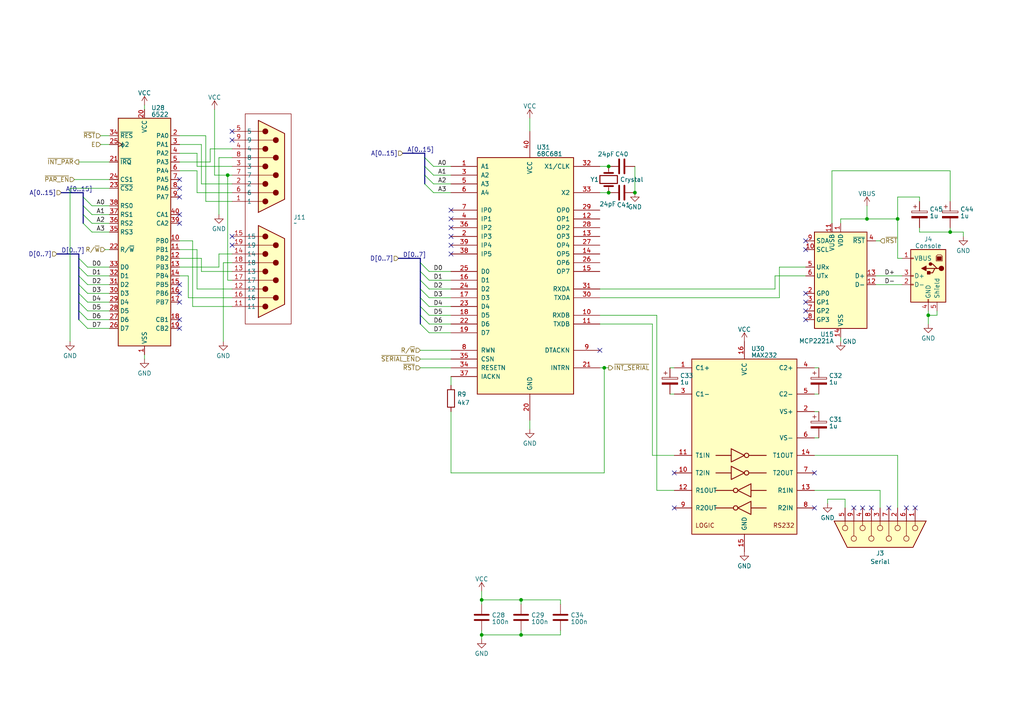
<source format=kicad_sch>
(kicad_sch (version 20231120) (generator "eeschema") (generator_version "8.0")
  (paper "A4")
  (lib_symbols
    (symbol "Connector:DE9_Receptacle" (pin_names (offset 1.016) hide)
      (property "Reference" "J" (at 0 13.97 0))
      (property "Value" "DE9_Receptacle" (at 0 -14.605 0))
      (symbol "DE9_Receptacle_0_1"
        (circle (center -1.778 -10.16) (radius 0.762))
        (circle (center -1.778 -5.08) (radius 0.762))
        (circle (center -1.778 0) (radius 0.762))
        (circle (center -1.778 5.08) (radius 0.762))
        (circle (center -1.778 10.16) (radius 0.762))
        (polyline (pts (xy -3.81 -10.16) (xy -2.54 -10.16)))
        (polyline (pts (xy -3.81 -7.62) (xy 0.508 -7.62)))
        (polyline (pts (xy -3.81 -5.08) (xy -2.54 -5.08)))
        (polyline (pts (xy -3.81 -2.54) (xy 0.508 -2.54)))
        (polyline (pts (xy -3.81 0) (xy -2.54 0)))
        (polyline (pts (xy -3.81 2.54) (xy 0.508 2.54)))
        (polyline (pts (xy -3.81 5.08) (xy -2.54 5.08)))
        (polyline (pts (xy -3.81 7.62) (xy 0.508 7.62)))
        (polyline (pts (xy -3.81 10.16) (xy -2.54 10.16)))
        (polyline (pts (xy -3.81 13.335) (xy -3.81 -13.335) (xy 3.81 -9.525) (xy 3.81 9.525) (xy -3.81 13.335)) (stroke (width 0.254)) (fill (type background)))
        (circle (center 1.27 -7.62) (radius 0.762))
        (circle (center 1.27 -2.54) (radius 0.762))
        (circle (center 1.27 2.54) (radius 0.762))
        (circle (center 1.27 7.62) (radius 0.762))
      )
      (symbol "DE9_Receptacle_1_1"
        (pin passive line (at -7.62 10.16 0) (length 3.81) (name "1") (number "1"))
        (pin passive line (at -7.62 5.08 0) (length 3.81) (name "2") (number "2"))
        (pin passive line (at -7.62 0 0) (length 3.81) (name "3") (number "3"))
        (pin passive line (at -7.62 -5.08 0) (length 3.81) (name "4") (number "4"))
        (pin passive line (at -7.62 -10.16 0) (length 3.81) (name "5") (number "5"))
        (pin passive line (at -7.62 7.62 0) (length 3.81) (name "6") (number "6"))
        (pin passive line (at -7.62 2.54 0) (length 3.81) (name "7") (number "7"))
        (pin passive line (at -7.62 -2.54 0) (length 3.81) (name "8") (number "8"))
        (pin passive line (at -7.62 -7.62 0) (length 3.81) (name "9") (number "9"))
      )
    )
    (symbol "Connector:USB_B" (pin_names (offset 1.016))
      (property "Reference" "J" (at -5.08 11.43 0))
      (property "Value" "USB_B" (at -5.08 8.89 0))
      (symbol "USB_B_0_1"
        (rectangle (start -5.08 -7.62) (end 5.08 7.62) (stroke (width 0.254)) (fill (type background)))
        (circle (center -3.81 2.159) (radius 0.635) (stroke (width 0.254)) (fill (type outline)))
        (rectangle (start -3.81 5.588) (end -2.54 4.572) (fill (type outline)))
        (circle (center -0.635 3.429) (radius 0.381) (stroke (width 0.254)) (fill (type outline)))
        (rectangle (start -0.127 -7.62) (end 0.127 -6.858))
        (polyline (pts (xy -1.905 2.159) (xy 0.635 2.159)) (stroke (width 0.254)))
        (polyline (pts (xy -3.175 2.159) (xy -2.54 2.159) (xy -1.27 3.429) (xy -0.635 3.429)) (stroke (width 0.254)))
        (polyline (pts (xy -2.54 2.159) (xy -1.905 2.159) (xy -1.27 0.889) (xy 0 0.889)) (stroke (width 0.254)))
        (polyline (pts (xy 0.635 2.794) (xy 0.635 1.524) (xy 1.905 2.159) (xy 0.635 2.794)) (stroke (width 0.254)) (fill (type outline)))
        (polyline (pts (xy -4.064 4.318) (xy -2.286 4.318) (xy -2.286 5.715) (xy -2.667 6.096) (xy -3.683 6.096) (xy -4.064 5.715) (xy -4.064 4.318)))
        (rectangle (start 0.254 1.27) (end -0.508 0.508) (stroke (width 0.254)) (fill (type outline)))
        (rectangle (start 5.08 -2.667) (end 4.318 -2.413))
        (rectangle (start 5.08 -0.127) (end 4.318 0.127))
        (rectangle (start 5.08 4.953) (end 4.318 5.207))
      )
      (symbol "USB_B_1_1"
        (pin power_out line (at 7.62 5.08 180) (length 2.54) (name "VBUS") (number "1"))
        (pin bidirectional line (at 7.62 -2.54 180) (length 2.54) (name "D-") (number "2"))
        (pin bidirectional line (at 7.62 0 180) (length 2.54) (name "D+") (number "3"))
        (pin power_out line (at 0 -10.16 90) (length 2.54) (name "GND") (number "4"))
        (pin passive line (at -2.54 -10.16 90) (length 2.54) (name "Shield") (number "5"))
      )
    )
    (symbol "Device:C" (pin_numbers hide) (pin_names (offset 0.254))
      (property "Reference" "C" (at 0.635 2.54 0))
      (property "Value" "C" (at 0.635 -2.54 0))
      (symbol "C_0_1"
        (polyline (pts (xy -2.032 -0.762) (xy 2.032 -0.762)) (stroke (width 0.508)))
        (polyline (pts (xy -2.032 0.762) (xy 2.032 0.762)) (stroke (width 0.508)))
      )
      (symbol "C_1_1"
        (pin passive line (at 0 3.81 270) (length 2.794) (name "~") (number "1"))
        (pin passive line (at 0 -3.81 90) (length 2.794) (name "~") (number "2"))
      )
    )
    (symbol "Device:C_Polarized" (pin_numbers hide) (pin_names (offset 0.254))
      (property "Reference" "C" (at 0.635 2.54 0))
      (property "Value" "C_Polarized" (at 0.635 -2.54 0))
      (symbol "C_Polarized_0_1"
        (rectangle (start -2.286 0.508) (end 2.286 1.016))
        (polyline (pts (xy -1.778 2.286) (xy -0.762 2.286)))
        (polyline (pts (xy -1.27 2.794) (xy -1.27 1.778)))
        (rectangle (start 2.286 -0.508) (end -2.286 -1.016) (fill (type outline)))
      )
      (symbol "C_Polarized_1_1"
        (pin passive line (at 0 3.81 270) (length 2.794) (name "~") (number "1"))
        (pin passive line (at 0 -3.81 90) (length 2.794) (name "~") (number "2"))
      )
    )
    (symbol "Device:Crystal" (pin_numbers hide) (pin_names (offset 1.016) hide)
      (property "Reference" "Y" (at 0 3.81 0))
      (property "Value" "Crystal" (at 0 -3.81 0))
      (symbol "Crystal_0_1"
        (rectangle (start -1.143 2.54) (end 1.143 -2.54) (stroke (width 0.3048)))
        (polyline (pts (xy -2.54 0) (xy -1.905 0)))
        (polyline (pts (xy -1.905 -1.27) (xy -1.905 1.27)) (stroke (width 0.508)))
        (polyline (pts (xy 1.905 -1.27) (xy 1.905 1.27)) (stroke (width 0.508)))
        (polyline (pts (xy 2.54 0) (xy 1.905 0)))
      )
      (symbol "Crystal_1_1"
        (pin passive line (at -3.81 0 0) (length 1.27) (name "1") (number "1"))
        (pin passive line (at 3.81 0 180) (length 1.27) (name "2") (number "2"))
      )
    )
    (symbol "Device:R" (pin_numbers hide) (pin_names (offset 0))
      (property "Reference" "R" (at 2.032 0 90))
      (property "Value" "R" (at 0 0 90))
      (symbol "R_0_1"
        (rectangle (start -1.016 -2.54) (end 1.016 2.54) (stroke (width 0.254)))
      )
      (symbol "R_1_1"
        (pin passive line (at 0 3.81 270) (length 1.27) (name "~") (number "1"))
        (pin passive line (at 0 -3.81 90) (length 1.27) (name "~") (number "2"))
      )
    )
    (symbol "Interface_UART:68C681" (pin_names (offset 1.016))
      (property "Reference" "U" (at -1.27 2.54 0))
      (property "Value" "68C681" (at -1.27 -2.54 0))
      (symbol "68C681_0_1"
        (rectangle (start -15.24 -33.02) (end 12.7 35.56) (stroke (width 0.254)) (fill (type background)))
      )
      (symbol "68C681_1_1"
        (pin input line (at -22.86 33.02 0) (length 7.62) (name "A1") (number "1"))
        (pin input line (at 20.32 -10.16 180) (length 7.62) (name "RXDB") (number "10"))
        (pin output line (at 20.32 -12.7 180) (length 7.62) (name "TXDB") (number "11"))
        (pin output line (at 20.32 17.78 180) (length 7.62) (name "OP1") (number "12"))
        (pin output line (at 20.32 12.7 180) (length 7.62) (name "OP3") (number "13"))
        (pin output line (at 20.32 7.62 180) (length 7.62) (name "OP5") (number "14"))
        (pin output line (at 20.32 2.54 180) (length 7.62) (name "OP7") (number "15"))
        (pin input line (at -22.86 0 0) (length 7.62) (name "D1") (number "16"))
        (pin input line (at -22.86 -5.08 0) (length 7.62) (name "D3") (number "17"))
        (pin input line (at -22.86 -10.16 0) (length 7.62) (name "D5") (number "18"))
        (pin input line (at -22.86 -15.24 0) (length 7.62) (name "D7") (number "19"))
        (pin input line (at -22.86 12.7 0) (length 7.62) (name "IP3") (number "2"))
        (pin power_in line (at 0 -40.64 90) (length 7.62) (name "GND") (number "20"))
        (pin output line (at 20.32 -25.4 180) (length 7.62) (name "INTRN") (number "21"))
        (pin input line (at -22.86 -12.7 0) (length 7.62) (name "D6") (number "22"))
        (pin input line (at -22.86 -7.62 0) (length 7.62) (name "D4") (number "23"))
        (pin input line (at -22.86 -2.54 0) (length 7.62) (name "D2") (number "24"))
        (pin input line (at -22.86 2.54 0) (length 7.62) (name "D0") (number "25"))
        (pin output line (at 20.32 5.08 180) (length 7.62) (name "OP6") (number "26"))
        (pin output line (at 20.32 10.16 180) (length 7.62) (name "OP4") (number "27"))
        (pin output line (at 20.32 15.24 180) (length 7.62) (name "OP2") (number "28"))
        (pin output line (at 20.32 20.32 180) (length 7.62) (name "OP0") (number "29"))
        (pin input line (at -22.86 30.48 0) (length 7.62) (name "A2") (number "3"))
        (pin output line (at 20.32 -5.08 180) (length 7.62) (name "TXDA") (number "30"))
        (pin input line (at 20.32 -2.54 180) (length 7.62) (name "RXDA") (number "31"))
        (pin input line (at 20.32 33.02 180) (length 7.62) (name "X1/CLK") (number "32"))
        (pin output line (at 20.32 25.4 180) (length 7.62) (name "X2") (number "33"))
        (pin input line (at -22.86 -25.4 0) (length 7.62) (name "RESETN") (number "34"))
        (pin input line (at -22.86 -22.86 0) (length 7.62) (name "CSN") (number "35"))
        (pin input line (at -22.86 15.24 0) (length 7.62) (name "IP2") (number "36"))
        (pin input line (at -22.86 -27.94 0) (length 7.62) (name "IACKN") (number "37"))
        (pin input line (at -22.86 7.62 0) (length 7.62) (name "IP5") (number "38"))
        (pin input line (at -22.86 10.16 0) (length 7.62) (name "IP4") (number "39"))
        (pin input line (at -22.86 17.78 0) (length 7.62) (name "IP1") (number "4"))
        (pin power_in line (at 0 43.18 270) (length 7.62) (name "VCC") (number "40"))
        (pin input line (at -22.86 27.94 0) (length 7.62) (name "A3") (number "5"))
        (pin input line (at -22.86 25.4 0) (length 7.62) (name "A4") (number "6"))
        (pin input line (at -22.86 20.32 0) (length 7.62) (name "IP0") (number "7"))
        (pin input line (at -22.86 -20.32 0) (length 7.62) (name "RWN") (number "8"))
        (pin output line (at 20.32 -20.32 180) (length 7.62) (name "DTACKN") (number "9"))
      )
    )
    (symbol "Interface_UART:MAX232" (pin_names (offset 1.016))
      (property "Reference" "U" (at -2.54 28.575 0))
      (property "Value" "MAX232" (at -2.54 26.67 0))
      (symbol "MAX232_0_0"
        (text "LOGIC" (at -11.43 -22.86 0) (effects (font (size 1.27 1.27))))
        (text "RS232" (at 11.43 -22.86 0) (effects (font (size 1.27 1.27))))
      )
      (symbol "MAX232_0_1"
        (rectangle (start -15.24 -25.4) (end 15.24 25.4) (stroke (width 0.254)) (fill (type background)))
        (circle (center -2.54 -17.78) (radius 0.635) (stroke (width 0.254)))
        (circle (center -2.54 -12.7) (radius 0.635) (stroke (width 0.254)))
        (polyline (pts (xy -3.81 -7.62) (xy -8.255 -7.62)) (stroke (width 0.254)))
        (polyline (pts (xy -3.81 -2.54) (xy -8.255 -2.54)) (stroke (width 0.254)))
        (polyline (pts (xy -3.175 -17.78) (xy -8.255 -17.78)) (stroke (width 0.254)))
        (polyline (pts (xy -3.175 -12.7) (xy -8.255 -12.7)) (stroke (width 0.254)))
        (polyline (pts (xy 1.27 -7.62) (xy 6.35 -7.62)) (stroke (width 0.254)))
        (polyline (pts (xy 1.27 -2.54) (xy 6.35 -2.54)) (stroke (width 0.254)))
        (polyline (pts (xy 1.905 -17.78) (xy 6.35 -17.78)) (stroke (width 0.254)))
        (polyline (pts (xy 1.905 -12.7) (xy 6.35 -12.7)) (stroke (width 0.254)))
        (polyline (pts (xy -3.81 -5.715) (xy -3.81 -9.525) (xy 0 -7.62) (xy -3.81 -5.715)) (stroke (width 0.254)))
        (polyline (pts (xy -3.81 -0.635) (xy -3.81 -4.445) (xy 0 -2.54) (xy -3.81 -0.635)) (stroke (width 0.254)))
        (polyline (pts (xy 1.905 -15.875) (xy 1.905 -19.685) (xy -1.905 -17.78) (xy 1.905 -15.875)) (stroke (width 0.254)))
        (polyline (pts (xy 1.905 -10.795) (xy 1.905 -14.605) (xy -1.905 -12.7) (xy 1.905 -10.795)) (stroke (width 0.254)))
        (circle (center 0.635 -7.62) (radius 0.635) (stroke (width 0.254)))
        (circle (center 0.635 -2.54) (radius 0.635) (stroke (width 0.254)))
      )
      (symbol "MAX232_1_1"
        (pin passive line (at -20.32 22.86 0) (length 5.08) (name "C1+") (number "1"))
        (pin input line (at -20.32 -7.62 0) (length 5.08) (name "T2IN") (number "10"))
        (pin input line (at -20.32 -2.54 0) (length 5.08) (name "T1IN") (number "11"))
        (pin output line (at -20.32 -12.7 0) (length 5.08) (name "R1OUT") (number "12"))
        (pin input line (at 20.32 -12.7 180) (length 5.08) (name "R1IN") (number "13"))
        (pin output line (at 20.32 -2.54 180) (length 5.08) (name "T1OUT") (number "14"))
        (pin power_in line (at 0 -30.48 90) (length 5.08) (name "GND") (number "15"))
        (pin power_in line (at 0 30.48 270) (length 5.08) (name "VCC") (number "16"))
        (pin power_out line (at 20.32 10.16 180) (length 5.08) (name "VS+") (number "2"))
        (pin passive line (at -20.32 15.24 0) (length 5.08) (name "C1-") (number "3"))
        (pin passive line (at 20.32 22.86 180) (length 5.08) (name "C2+") (number "4"))
        (pin passive line (at 20.32 15.24 180) (length 5.08) (name "C2-") (number "5"))
        (pin power_out line (at 20.32 2.54 180) (length 5.08) (name "VS-") (number "6"))
        (pin output line (at 20.32 -7.62 180) (length 5.08) (name "T2OUT") (number "7"))
        (pin input line (at 20.32 -17.78 180) (length 5.08) (name "R2IN") (number "8"))
        (pin output line (at -20.32 -17.78 0) (length 5.08) (name "R2OUT") (number "9"))
      )
    )
    (symbol "Interface_USB:MCP2221AxP"
      (property "Reference" "U" (at -7.62 16.51 0))
      (property "Value" "MCP2221AxP" (at 12.7 16.51 0))
      (symbol "MCP2221AxP_0_1"
        (rectangle (start -7.62 15.24) (end 7.62 -12.7) (stroke (width 0.254)) (fill (type background)))
      )
      (symbol "MCP2221AxP_1_1"
        (pin power_in line (at 0 17.78 270) (length 2.54) (name "VDD") (number "1"))
        (pin bidirectional line (at 10.16 10.16 180) (length 2.54) (name "SCL") (number "10"))
        (pin passive line (at 2.54 17.78 270) (length 2.54) (name "VUSB") (number "11"))
        (pin bidirectional line (at -10.16 0 0) (length 2.54) (name "D-") (number "12"))
        (pin bidirectional line (at -10.16 2.54 0) (length 2.54) (name "D+") (number "13"))
        (pin power_in line (at 0 -15.24 90) (length 2.54) (name "VSS") (number "14"))
        (pin bidirectional line (at 10.16 -2.54 180) (length 2.54) (name "GP0") (number "2"))
        (pin bidirectional line (at 10.16 -5.08 180) (length 2.54) (name "GP1") (number "3"))
        (pin input line (at -10.16 12.7 0) (length 2.54) (name "~{RST}") (number "4"))
        (pin input line (at 10.16 5.08 180) (length 2.54) (name "URx") (number "5"))
        (pin output line (at 10.16 2.54 180) (length 2.54) (name "UTx") (number "6"))
        (pin bidirectional line (at 10.16 -7.62 180) (length 2.54) (name "GP2") (number "7"))
        (pin bidirectional line (at 10.16 -10.16 180) (length 2.54) (name "GP3") (number "8"))
        (pin bidirectional line (at 10.16 12.7 180) (length 2.54) (name "SDA") (number "9"))
      )
    )
    (symbol "PCM_65xx-library:6522"
      (property "Reference" "U" (at 2.54 38.1 0))
      (property "Value" "6522" (at 2.54 35.56 0))
      (symbol "6522_0_1"
        (rectangle (start -7.62 33.02) (end 7.62 -33.02) (stroke (width 0.254)) (fill (type background)))
      )
      (symbol "6522_1_1"
        (pin power_in line (at 0 -35.56 90) (length 2.54) (name "VSS") (number "1"))
        (pin bidirectional line (at 10.16 -2.54 180) (length 2.54) (name "PB0") (number "10"))
        (pin bidirectional line (at 10.16 -5.08 180) (length 2.54) (name "PB1") (number "11"))
        (pin bidirectional line (at 10.16 -7.62 180) (length 2.54) (name "PB2") (number "12"))
        (pin bidirectional line (at 10.16 -10.16 180) (length 2.54) (name "PB3") (number "13"))
        (pin bidirectional line (at 10.16 -12.7 180) (length 2.54) (name "PB4") (number "14"))
        (pin bidirectional line (at 10.16 -15.24 180) (length 2.54) (name "PB5") (number "15"))
        (pin bidirectional line (at 10.16 -17.78 180) (length 2.54) (name "PB6") (number "16"))
        (pin bidirectional line (at 10.16 -20.32 180) (length 2.54) (name "PB7") (number "17"))
        (pin input line (at 10.16 -25.4 180) (length 2.54) (name "CB1") (number "18"))
        (pin bidirectional line (at 10.16 -27.94 180) (length 2.54) (name "CB2") (number "19"))
        (pin bidirectional line (at 10.16 27.94 180) (length 2.54) (name "PA0") (number "2"))
        (pin power_in line (at 0 35.56 270) (length 2.54) (name "VCC") (number "20"))
        (pin open_collector line (at -10.16 20.32 0) (length 2.54) (name "~{IRQ}") (number "21"))
        (pin input line (at -10.16 -5.08 0) (length 2.54) (name "R/~{W}") (number "22"))
        (pin input line (at -10.16 12.7 0) (length 2.54) (name "~{CS2}") (number "23"))
        (pin input line (at -10.16 15.24 0) (length 2.54) (name "CS1") (number "24"))
        (pin input clock (at -10.16 25.4 0) (length 2.54) (name "ϕ2") (number "25"))
        (pin bidirectional line (at -10.16 -27.94 0) (length 2.54) (name "D7") (number "26"))
        (pin bidirectional line (at -10.16 -25.4 0) (length 2.54) (name "D6") (number "27"))
        (pin bidirectional line (at -10.16 -22.86 0) (length 2.54) (name "D5") (number "28"))
        (pin bidirectional line (at -10.16 -20.32 0) (length 2.54) (name "D4") (number "29"))
        (pin bidirectional line (at 10.16 25.4 180) (length 2.54) (name "PA1") (number "3"))
        (pin bidirectional line (at -10.16 -17.78 0) (length 2.54) (name "D3") (number "30"))
        (pin bidirectional line (at -10.16 -15.24 0) (length 2.54) (name "D2") (number "31"))
        (pin bidirectional line (at -10.16 -12.7 0) (length 2.54) (name "D1") (number "32"))
        (pin bidirectional line (at -10.16 -10.16 0) (length 2.54) (name "D0") (number "33"))
        (pin input line (at -10.16 27.94 0) (length 2.54) (name "~{RES}") (number "34"))
        (pin input line (at -10.16 0 0) (length 2.54) (name "RS3") (number "35"))
        (pin input line (at -10.16 2.54 0) (length 2.54) (name "RS2") (number "36"))
        (pin input line (at -10.16 5.08 0) (length 2.54) (name "RS1") (number "37"))
        (pin input line (at -10.16 7.62 0) (length 2.54) (name "RS0") (number "38"))
        (pin bidirectional line (at 10.16 2.54 180) (length 2.54) (name "CA2") (number "39"))
        (pin bidirectional line (at 10.16 22.86 180) (length 2.54) (name "PA2") (number "4"))
        (pin input line (at 10.16 5.08 180) (length 2.54) (name "CA1") (number "40"))
        (pin bidirectional line (at 10.16 20.32 180) (length 2.54) (name "PA3") (number "5"))
        (pin bidirectional line (at 10.16 17.78 180) (length 2.54) (name "PA4") (number "6"))
        (pin bidirectional line (at 10.16 15.24 180) (length 2.54) (name "PA5") (number "7"))
        (pin bidirectional line (at 10.16 12.7 180) (length 2.54) (name "PA6") (number "8"))
        (pin bidirectional line (at 10.16 10.16 180) (length 2.54) (name "PA7") (number "9"))
      )
    )
    (symbol "motherboard:Dual-DB9"
      (property "Reference" "J" (at -1.27 -33.782 0))
      (symbol "Dual-DB9_0_1"
        (polyline (pts (xy -2.54 -25.4) (xy 1.27 -25.4)))
        (polyline (pts (xy -2.54 -22.86) (xy 1.27 -22.86)))
        (polyline (pts (xy -2.54 -20.32) (xy -1.905 -20.32)))
        (polyline (pts (xy -2.54 -17.78) (xy 1.27 -17.78)))
        (polyline (pts (xy -2.54 -15.24) (xy 1.27 -15.24)))
        (polyline (pts (xy -2.54 -12.7) (xy 1.27 -12.7)))
        (polyline (pts (xy -2.54 -10.16) (xy 1.27 -10.16)))
        (polyline (pts (xy -2.54 -5.08) (xy 1.27 -5.08)))
        (polyline (pts (xy -2.54 5.08) (xy 1.27 5.08)))
        (polyline (pts (xy -2.54 7.62) (xy 1.27 7.62)))
        (polyline (pts (xy -2.54 10.16) (xy -1.905 10.16)))
        (polyline (pts (xy -2.54 12.7) (xy 1.27 12.7)))
        (polyline (pts (xy -2.54 15.24) (xy 1.27 15.24)))
        (polyline (pts (xy -2.54 17.78) (xy 1.27 17.78)))
        (polyline (pts (xy -2.54 20.32) (xy 1.27 20.32)))
        (polyline (pts (xy -2.54 25.4) (xy 1.27 25.4)))
        (polyline (pts (xy -1.905 -20.32) (xy 1.27 -20.32)))
        (polyline (pts (xy -1.905 10.16) (xy 1.27 10.16)))
        (polyline (pts (xy 1.27 -25.4) (xy 2.54 -25.4)))
        (polyline (pts (xy 1.27 -22.86) (xy 5.588 -22.86)))
        (polyline (pts (xy 1.27 -20.32) (xy 2.54 -20.32)))
        (polyline (pts (xy 1.27 -17.78) (xy 5.588 -17.78)))
        (polyline (pts (xy 1.27 -15.24) (xy 2.54 -15.24)))
        (polyline (pts (xy 1.27 -12.7) (xy 5.588 -12.7)))
        (polyline (pts (xy 1.27 -10.16) (xy 2.54 -10.16)))
        (polyline (pts (xy 1.27 -7.62) (xy -2.54 -7.62)))
        (polyline (pts (xy 1.27 -7.62) (xy 5.588 -7.62)))
        (polyline (pts (xy 1.27 -5.08) (xy 2.54 -5.08)))
        (polyline (pts (xy 1.27 5.08) (xy 2.54 5.08)))
        (polyline (pts (xy 1.27 7.62) (xy 5.588 7.62)))
        (polyline (pts (xy 1.27 10.16) (xy 2.54 10.16)))
        (polyline (pts (xy 1.27 12.7) (xy 5.588 12.7)))
        (polyline (pts (xy 1.27 15.24) (xy 2.54 15.24)))
        (polyline (pts (xy 1.27 17.78) (xy 5.588 17.78)))
        (polyline (pts (xy 1.27 20.32) (xy 2.54 20.32)))
        (polyline (pts (xy 1.27 22.86) (xy -2.54 22.86)))
        (polyline (pts (xy 1.27 22.86) (xy 5.588 22.86)))
        (polyline (pts (xy 1.27 25.4) (xy 2.54 25.4)))
        (polyline (pts (xy -2.54 30.48) (xy -2.54 -30.48) (xy 10.795 -30.48) (xy 10.795 30.48) (xy -2.54 30.48)))
        (polyline (pts (xy 1.27 -28.575) (xy 1.27 -1.905) (xy 8.89 -5.715) (xy 8.89 -24.765) (xy 1.27 -28.575)) (stroke (width 0.254)) (fill (type background)))
        (polyline (pts (xy 1.27 1.905) (xy 1.27 28.575) (xy 8.89 24.765) (xy 8.89 5.715) (xy 1.27 1.905)) (stroke (width 0.254)) (fill (type background)))
        (circle (center 3.302 -25.4) (radius 0.762) (fill (type outline)))
        (circle (center 3.302 -20.32) (radius 0.762) (fill (type outline)))
        (circle (center 3.302 -15.24) (radius 0.762) (fill (type outline)))
        (circle (center 3.302 -10.16) (radius 0.762) (fill (type outline)))
        (circle (center 3.302 -5.08) (radius 0.762) (fill (type outline)))
        (circle (center 3.302 5.08) (radius 0.762) (fill (type outline)))
        (circle (center 3.302 10.16) (radius 0.762) (fill (type outline)))
        (circle (center 3.302 15.24) (radius 0.762) (fill (type outline)))
        (circle (center 3.302 20.32) (radius 0.762) (fill (type outline)))
        (circle (center 3.302 25.4) (radius 0.762) (fill (type outline)))
        (circle (center 6.35 -22.86) (radius 0.762) (fill (type outline)))
        (circle (center 6.35 -17.78) (radius 0.762) (fill (type outline)))
        (circle (center 6.35 -12.7) (radius 0.762) (fill (type outline)))
        (circle (center 6.35 -7.62) (radius 0.762) (fill (type outline)))
        (circle (center 6.35 7.62) (radius 0.762) (fill (type outline)))
        (circle (center 6.35 12.7) (radius 0.762) (fill (type outline)))
        (circle (center 6.35 17.78) (radius 0.762) (fill (type outline)))
        (circle (center 6.35 22.86) (radius 0.762) (fill (type outline)))
      )
      (symbol "Dual-DB9_1_1"
        (pin passive line (at -6.35 5.08 0) (length 3.81) (name "1") (number "1"))
        (pin passive line (at -6.35 -25.4 0) (length 3.81) (name "11") (number "11"))
        (pin passive line (at -6.35 -20.32 0) (length 3.81) (name "12") (number "12"))
        (pin passive line (at -6.35 -15.24 0) (length 3.81) (name "13") (number "13"))
        (pin passive line (at -6.35 -10.16 0) (length 3.81) (name "14") (number "14"))
        (pin passive line (at -6.35 -5.08 0) (length 3.81) (name "15") (number "15"))
        (pin passive line (at -6.35 -22.86 0) (length 3.81) (name "16") (number "16"))
        (pin passive line (at -6.35 -17.78 0) (length 3.81) (name "17") (number "17"))
        (pin passive line (at -6.35 -12.7 0) (length 3.81) (name "18") (number "18"))
        (pin passive line (at -6.35 -7.62 0) (length 3.81) (name "19") (number "19"))
        (pin passive line (at -6.35 10.16 0) (length 3.81) (name "2") (number "2"))
        (pin passive line (at -6.35 15.24 0) (length 3.81) (name "3") (number "3"))
        (pin passive line (at -6.35 20.32 0) (length 3.81) (name "4") (number "4"))
        (pin passive line (at -6.35 25.4 0) (length 3.81) (name "5") (number "5"))
        (pin passive line (at -6.35 7.62 0) (length 3.81) (name "6") (number "6"))
        (pin passive line (at -6.35 12.7 0) (length 3.81) (name "7") (number "7"))
        (pin passive line (at -6.35 17.78 0) (length 3.81) (name "8") (number "8"))
        (pin passive line (at -6.35 22.86 0) (length 3.81) (name "9") (number "9"))
      )
    )
    (symbol "power:GND" (power) (pin_names (offset 0))
      (property "Value" "GND" (at 0 -3.81 0))
      (symbol "GND_0_1"
        (polyline (pts (xy 0 0) (xy 0 -1.27) (xy 1.27 -1.27) (xy 0 -2.54) (xy -1.27 -1.27) (xy 0 -1.27)))
      )
      (symbol "GND_1_1"
        (pin power_in line (at 0 0 270) (length 0) hide (name "GND") (number "1"))
      )
    )
    (symbol "power:VBUS" (power) (pin_names (offset 0))
      (property "Value" "VBUS" (at 0 3.81 0))
      (symbol "VBUS_0_1"
        (polyline (pts (xy -0.762 1.27) (xy 0 2.54)))
        (polyline (pts (xy 0 0) (xy 0 2.54)))
        (polyline (pts (xy 0 2.54) (xy 0.762 1.27)))
      )
      (symbol "VBUS_1_1"
        (pin power_in line (at 0 0 90) (length 0) hide (name "VBUS") (number "1"))
      )
    )
    (symbol "power:VCC" (power) (pin_names (offset 0))
      (property "Value" "VCC" (at 0 3.81 0))
      (symbol "VCC_0_1"
        (polyline (pts (xy -0.762 1.27) (xy 0 2.54)))
        (polyline (pts (xy 0 0) (xy 0 2.54)))
        (polyline (pts (xy 0 2.54) (xy 0.762 1.27)))
      )
      (symbol "VCC_1_1"
        (pin power_in line (at 0 0 90) (length 0) hide (name "VCC") (number "1"))
      )
    )
  )
  (junction (at 176.53 48.26))
  (junction (at 184.15 55.88))
  (junction (at 176.53 55.88))
  (junction (at 139.7 173.99))
  (junction (at 151.13 184.15))
  (junction (at 260.35 63.5))
  (junction (at 151.13 173.99))
  (junction (at 175.26 106.68))
  (junction (at 251.46 63.5))
  (junction (at 275.59 67.31))
  (junction (at 269.24 91.44))
  (junction (at 139.7 184.15))
  (junction (at 66.04 50.8))
  (no_connect (at 130.81 63.5))
  (no_connect (at 67.31 40.64))
  (no_connect (at 130.81 73.66))
  (no_connect (at 195.58 137.16))
  (no_connect (at 247.65 147.32))
  (no_connect (at 233.68 85.09))
  (no_connect (at 52.07 64.77))
  (no_connect (at 130.81 66.04))
  (no_connect (at 257.81 147.32))
  (no_connect (at 262.89 147.32))
  (no_connect (at 236.22 147.32))
  (no_connect (at 52.07 57.15))
  (no_connect (at 252.73 147.32))
  (no_connect (at 52.07 87.63))
  (no_connect (at 52.07 62.23))
  (no_connect (at 265.43 147.32))
  (no_connect (at 130.81 68.58))
  (no_connect (at 173.99 101.6))
  (no_connect (at 233.68 92.71))
  (no_connect (at 52.07 95.25))
  (no_connect (at 52.07 54.61))
  (no_connect (at 233.68 90.17))
  (no_connect (at 195.58 147.32))
  (no_connect (at 233.68 87.63))
  (no_connect (at 52.07 52.07))
  (no_connect (at 236.22 137.16))
  (no_connect (at 52.07 92.71))
  (no_connect (at 52.07 82.55))
  (no_connect (at 67.31 68.58))
  (no_connect (at 67.31 71.12))
  (no_connect (at 67.31 38.1))
  (no_connect (at 233.68 69.85))
  (no_connect (at 130.81 60.96))
  (no_connect (at 130.81 71.12))
  (no_connect (at 250.19 147.32))
  (no_connect (at 233.68 72.39))
  (no_connect (at 52.07 85.09))
  (bus_entry (at 123.19 53.34) (size 2.54 2.54))
  (bus_entry (at 24.13 64.77) (size 2.54 2.54))
  (bus_entry (at 123.19 48.26) (size 2.54 2.54))
  (bus_entry (at 24.13 57.15) (size 2.54 2.54))
  (bus_entry (at 121.92 83.82) (size 2.54 2.54))
  (bus_entry (at 121.92 93.98) (size 2.54 2.54))
  (bus_entry (at 22.86 85.09) (size 2.54 2.54))
  (bus_entry (at 121.92 86.36) (size 2.54 2.54))
  (bus_entry (at 22.86 90.17) (size 2.54 2.54))
  (bus_entry (at 22.86 82.55) (size 2.54 2.54))
  (bus_entry (at 22.86 77.47) (size 2.54 2.54))
  (bus_entry (at 123.19 50.8) (size 2.54 2.54))
  (bus_entry (at 22.86 92.71) (size 2.54 2.54))
  (bus_entry (at 24.13 59.69) (size 2.54 2.54))
  (bus_entry (at 121.92 91.44) (size 2.54 2.54))
  (bus_entry (at 123.19 45.72) (size 2.54 2.54))
  (bus_entry (at 121.92 78.74) (size 2.54 2.54))
  (bus_entry (at 22.86 74.93) (size 2.54 2.54))
  (bus_entry (at 121.92 81.28) (size 2.54 2.54))
  (bus_entry (at 22.86 87.63) (size 2.54 2.54))
  (bus_entry (at 121.92 76.2) (size 2.54 2.54))
  (bus_entry (at 121.92 88.9) (size 2.54 2.54))
  (bus_entry (at 24.13 62.23) (size 2.54 2.54))
  (bus_entry (at 22.86 80.01) (size 2.54 2.54))
  (wire (pts (xy 184.15 48.26) (xy 184.15 55.88)))
  (wire (pts (xy 57.15 48.26) (xy 57.15 44.45)))
  (bus (pts (xy 123.19 53.34) (xy 123.19 50.8)))
  (wire (pts (xy 226.06 77.47) (xy 226.06 86.36)))
  (wire (pts (xy 275.59 67.31) (xy 279.4 67.31)))
  (wire (pts (xy 62.23 31.75) (xy 62.23 50.8)))
  (wire (pts (xy 67.31 78.74) (xy 58.42 78.74)))
  (wire (pts (xy 121.92 106.68) (xy 130.81 106.68)))
  (wire (pts (xy 67.31 83.82) (xy 57.15 83.82)))
  (wire (pts (xy 251.46 59.69) (xy 251.46 63.5)))
  (wire (pts (xy 125.73 48.26) (xy 130.81 48.26)))
  (wire (pts (xy 224.79 83.82) (xy 173.99 83.82)))
  (bus (pts (xy 123.19 48.26) (xy 123.19 45.72)))
  (wire (pts (xy 189.23 93.98) (xy 189.23 132.08)))
  (wire (pts (xy 124.46 93.98) (xy 130.81 93.98)))
  (wire (pts (xy 266.7 58.42) (xy 266.7 57.15)))
  (wire (pts (xy 153.67 34.29) (xy 153.67 38.1)))
  (wire (pts (xy 25.4 80.01) (xy 31.75 80.01)))
  (bus (pts (xy 22.86 74.93) (xy 22.86 77.47)))
  (wire (pts (xy 151.13 184.15) (xy 162.56 184.15)))
  (wire (pts (xy 54.61 86.36) (xy 54.61 80.01)))
  (bus (pts (xy 121.92 83.82) (xy 121.92 86.36)))
  (wire (pts (xy 124.46 81.28) (xy 130.81 81.28)))
  (wire (pts (xy 130.81 109.22) (xy 130.81 111.76)))
  (wire (pts (xy 67.31 55.88) (xy 57.15 55.88)))
  (wire (pts (xy 255.27 142.24) (xy 236.22 142.24)))
  (wire (pts (xy 26.67 67.31) (xy 31.75 67.31)))
  (wire (pts (xy 130.81 137.16) (xy 175.26 137.16)))
  (wire (pts (xy 260.35 132.08) (xy 236.22 132.08)))
  (wire (pts (xy 260.35 63.5) (xy 251.46 63.5)))
  (wire (pts (xy 139.7 184.15) (xy 139.7 185.42)))
  (wire (pts (xy 260.35 57.15) (xy 260.35 63.5)))
  (wire (pts (xy 29.21 41.91) (xy 31.75 41.91)))
  (wire (pts (xy 176.53 106.68) (xy 175.26 106.68)))
  (wire (pts (xy 139.7 182.88) (xy 139.7 184.15)))
  (wire (pts (xy 236.22 114.3) (xy 237.49 114.3)))
  (wire (pts (xy 173.99 91.44) (xy 190.5 91.44)))
  (wire (pts (xy 63.5 73.66) (xy 63.5 77.47)))
  (bus (pts (xy 16.51 73.66) (xy 22.86 73.66)))
  (wire (pts (xy 25.4 85.09) (xy 31.75 85.09)))
  (wire (pts (xy 271.78 90.17) (xy 271.78 91.44)))
  (wire (pts (xy 57.15 49.53) (xy 52.07 49.53)))
  (wire (pts (xy 63.5 77.47) (xy 52.07 77.47)))
  (bus (pts (xy 115.57 74.93) (xy 121.92 74.93)))
  (wire (pts (xy 226.06 86.36) (xy 173.99 86.36)))
  (wire (pts (xy 151.13 184.15) (xy 151.13 182.88)))
  (wire (pts (xy 67.31 58.42) (xy 59.69 58.42)))
  (wire (pts (xy 59.69 39.37) (xy 52.07 39.37)))
  (wire (pts (xy 58.42 53.34) (xy 58.42 41.91)))
  (bus (pts (xy 24.13 59.69) (xy 24.13 57.15)))
  (wire (pts (xy 194.31 106.68) (xy 195.58 106.68)))
  (wire (pts (xy 173.99 48.26) (xy 176.53 48.26)))
  (bus (pts (xy 121.92 78.74) (xy 121.92 81.28)))
  (wire (pts (xy 153.67 124.46) (xy 153.67 121.92)))
  (wire (pts (xy 260.35 147.32) (xy 260.35 132.08)))
  (wire (pts (xy 125.73 53.34) (xy 130.81 53.34)))
  (wire (pts (xy 57.15 55.88) (xy 57.15 49.53)))
  (wire (pts (xy 57.15 72.39) (xy 52.07 72.39)))
  (wire (pts (xy 25.4 82.55) (xy 31.75 82.55)))
  (bus (pts (xy 121.92 91.44) (xy 121.92 93.98)))
  (wire (pts (xy 190.5 91.44) (xy 190.5 142.24)))
  (wire (pts (xy 52.07 80.01) (xy 54.61 80.01)))
  (wire (pts (xy 139.7 184.15) (xy 151.13 184.15)))
  (wire (pts (xy 266.7 67.31) (xy 275.59 67.31)))
  (wire (pts (xy 58.42 41.91) (xy 52.07 41.91)))
  (wire (pts (xy 266.7 57.15) (xy 260.35 57.15)))
  (wire (pts (xy 67.31 88.9) (xy 55.88 88.9)))
  (wire (pts (xy 25.4 77.47) (xy 31.75 77.47)))
  (wire (pts (xy 67.31 53.34) (xy 58.42 53.34)))
  (wire (pts (xy 30.48 72.39) (xy 31.75 72.39)))
  (wire (pts (xy 63.5 73.66) (xy 67.31 73.66)))
  (bus (pts (xy 123.19 45.72) (xy 123.19 44.45)))
  (wire (pts (xy 25.4 90.17) (xy 31.75 90.17)))
  (bus (pts (xy 22.86 80.01) (xy 22.86 82.55)))
  (wire (pts (xy 255.27 147.32) (xy 255.27 142.24)))
  (wire (pts (xy 151.13 173.99) (xy 162.56 173.99)))
  (wire (pts (xy 162.56 173.99) (xy 162.56 175.26)))
  (wire (pts (xy 26.67 62.23) (xy 31.75 62.23)))
  (wire (pts (xy 124.46 91.44) (xy 130.81 91.44)))
  (wire (pts (xy 245.11 147.32) (xy 245.11 144.78)))
  (wire (pts (xy 124.46 88.9) (xy 130.81 88.9)))
  (wire (pts (xy 260.35 74.93) (xy 261.62 74.93)))
  (wire (pts (xy 67.31 45.72) (xy 63.5 45.72)))
  (wire (pts (xy 124.46 83.82) (xy 130.81 83.82)))
  (wire (pts (xy 58.42 78.74) (xy 58.42 74.93)))
  (wire (pts (xy 236.22 119.38) (xy 237.49 119.38)))
  (wire (pts (xy 26.67 59.69) (xy 31.75 59.69)))
  (wire (pts (xy 251.46 63.5) (xy 243.84 63.5)))
  (wire (pts (xy 25.4 95.25) (xy 31.75 95.25)))
  (wire (pts (xy 279.4 67.31) (xy 279.4 68.58)))
  (wire (pts (xy 31.75 54.61) (xy 20.32 54.61)))
  (wire (pts (xy 260.35 63.5) (xy 260.35 74.93)))
  (wire (pts (xy 22.86 46.99) (xy 31.75 46.99)))
  (bus (pts (xy 121.92 76.2) (xy 121.92 78.74)))
  (wire (pts (xy 269.24 91.44) (xy 271.78 91.44)))
  (wire (pts (xy 190.5 142.24) (xy 195.58 142.24)))
  (wire (pts (xy 55.88 69.85) (xy 52.07 69.85)))
  (bus (pts (xy 121.92 74.93) (xy 121.92 76.2)))
  (wire (pts (xy 224.79 80.01) (xy 233.68 80.01)))
  (wire (pts (xy 241.3 49.53) (xy 241.3 64.77)))
  (wire (pts (xy 41.91 30.48) (xy 41.91 31.75)))
  (wire (pts (xy 139.7 173.99) (xy 151.13 173.99)))
  (wire (pts (xy 26.67 64.77) (xy 31.75 64.77)))
  (wire (pts (xy 67.31 76.2) (xy 64.77 76.2)))
  (wire (pts (xy 226.06 77.47) (xy 233.68 77.47)))
  (bus (pts (xy 24.13 57.15) (xy 24.13 55.88)))
  (wire (pts (xy 25.4 87.63) (xy 31.75 87.63)))
  (wire (pts (xy 60.96 46.99) (xy 52.07 46.99)))
  (wire (pts (xy 243.84 99.06) (xy 243.84 97.79)))
  (wire (pts (xy 162.56 184.15) (xy 162.56 182.88)))
  (wire (pts (xy 41.91 102.87) (xy 41.91 104.14)))
  (wire (pts (xy 125.73 50.8) (xy 130.81 50.8)))
  (bus (pts (xy 121.92 88.9) (xy 121.92 91.44)))
  (wire (pts (xy 236.22 106.68) (xy 237.49 106.68)))
  (wire (pts (xy 66.04 50.8) (xy 62.23 50.8)))
  (wire (pts (xy 63.5 45.72) (xy 63.5 62.23)))
  (wire (pts (xy 67.31 50.8) (xy 66.04 50.8)))
  (bus (pts (xy 24.13 62.23) (xy 24.13 59.69)))
  (wire (pts (xy 124.46 86.36) (xy 130.81 86.36)))
  (bus (pts (xy 116.84 44.45) (xy 123.19 44.45)))
  (wire (pts (xy 269.24 91.44) (xy 269.24 93.98)))
  (bus (pts (xy 22.86 82.55) (xy 22.86 85.09)))
  (wire (pts (xy 67.31 48.26) (xy 57.15 48.26)))
  (bus (pts (xy 22.86 85.09) (xy 22.86 87.63)))
  (wire (pts (xy 55.88 88.9) (xy 55.88 69.85)))
  (wire (pts (xy 275.59 49.53) (xy 241.3 49.53)))
  (bus (pts (xy 22.86 90.17) (xy 22.86 92.71)))
  (wire (pts (xy 275.59 58.42) (xy 275.59 49.53)))
  (wire (pts (xy 173.99 55.88) (xy 176.53 55.88)))
  (wire (pts (xy 67.31 86.36) (xy 54.61 86.36)))
  (wire (pts (xy 243.84 63.5) (xy 243.84 64.77)))
  (wire (pts (xy 125.73 55.88) (xy 130.81 55.88)))
  (wire (pts (xy 236.22 127) (xy 237.49 127)))
  (bus (pts (xy 22.86 77.47) (xy 22.86 80.01)))
  (wire (pts (xy 20.32 54.61) (xy 20.32 99.06)))
  (wire (pts (xy 254 80.01) (xy 261.62 80.01)))
  (wire (pts (xy 57.15 44.45) (xy 52.07 44.45)))
  (wire (pts (xy 245.11 144.78) (xy 240.03 144.78)))
  (wire (pts (xy 139.7 171.45) (xy 139.7 173.99)))
  (wire (pts (xy 121.92 104.14) (xy 130.81 104.14)))
  (wire (pts (xy 175.26 106.68) (xy 173.99 106.68)))
  (wire (pts (xy 64.77 76.2) (xy 64.77 99.06)))
  (wire (pts (xy 66.04 81.28) (xy 67.31 81.28)))
  (wire (pts (xy 58.42 74.93) (xy 52.07 74.93)))
  (bus (pts (xy 22.86 73.66) (xy 22.86 74.93)))
  (bus (pts (xy 24.13 64.77) (xy 24.13 62.23)))
  (wire (pts (xy 25.4 92.71) (xy 31.75 92.71)))
  (wire (pts (xy 224.79 80.01) (xy 224.79 83.82)))
  (wire (pts (xy 59.69 58.42) (xy 59.69 39.37)))
  (wire (pts (xy 266.7 66.04) (xy 266.7 67.31)))
  (wire (pts (xy 151.13 173.99) (xy 151.13 175.26)))
  (wire (pts (xy 275.59 66.04) (xy 275.59 67.31)))
  (wire (pts (xy 66.04 50.8) (xy 66.04 81.28)))
  (wire (pts (xy 189.23 132.08) (xy 195.58 132.08)))
  (wire (pts (xy 21.59 52.07) (xy 31.75 52.07)))
  (bus (pts (xy 121.92 86.36) (xy 121.92 88.9)))
  (wire (pts (xy 269.24 90.17) (xy 269.24 91.44)))
  (wire (pts (xy 29.21 39.37) (xy 31.75 39.37)))
  (wire (pts (xy 124.46 78.74) (xy 130.81 78.74)))
  (wire (pts (xy 130.81 119.38) (xy 130.81 137.16)))
  (wire (pts (xy 194.31 114.3) (xy 195.58 114.3)))
  (bus (pts (xy 22.86 87.63) (xy 22.86 90.17)))
  (wire (pts (xy 121.92 101.6) (xy 130.81 101.6)))
  (wire (pts (xy 173.99 93.98) (xy 189.23 93.98)))
  (bus (pts (xy 17.78 55.88) (xy 24.13 55.88)))
  (wire (pts (xy 124.46 96.52) (xy 130.81 96.52)))
  (wire (pts (xy 240.03 144.78) (xy 240.03 146.05)))
  (wire (pts (xy 57.15 83.82) (xy 57.15 72.39)))
  (wire (pts (xy 60.96 43.18) (xy 60.96 46.99)))
  (bus (pts (xy 123.19 50.8) (xy 123.19 48.26)))
  (bus (pts (xy 121.92 81.28) (xy 121.92 83.82)))
  (wire (pts (xy 67.31 43.18) (xy 60.96 43.18)))
  (wire (pts (xy 175.26 137.16) (xy 175.26 106.68)))
  (wire (pts (xy 255.27 69.85) (xy 254 69.85)))
  (wire (pts (xy 139.7 173.99) (xy 139.7 175.26)))
  (wire (pts (xy 254 82.55) (xy 261.62 82.55)))
  (label "D5" (at 26.67 90.17 0))
  (label "D[0..7]" (at 17.78 73.66 0))
  (label "A2" (at 27.94 64.77 0))
  (label "A1" (at 127 50.8 0))
  (label "D[0..7]" (at 116.84 74.93 0))
  (label "D3" (at 125.73 86.36 0))
  (label "A3" (at 127 55.88 0))
  (label "A[0..15]" (at 19.05 55.88 0))
  (label "A0" (at 127 48.26 0))
  (label "D0" (at 26.67 77.47 0))
  (label "D7" (at 26.67 95.25 0))
  (label "D4" (at 26.67 87.63 0))
  (label "A1" (at 27.94 62.23 0))
  (label "D-" (at 256.54 82.55 0))
  (label "D0" (at 125.73 78.74 0))
  (label "A3" (at 27.94 67.31 0))
  (label "D3" (at 26.67 85.09 0))
  (label "D7" (at 125.73 96.52 0))
  (label "A[0..15]" (at 118.11 44.45 0))
  (label "D2" (at 125.73 83.82 0))
  (label "D6" (at 26.67 92.71 0))
  (label "D6" (at 125.73 93.98 0))
  (label "D4" (at 125.73 88.9 0))
  (label "D5" (at 125.73 91.44 0))
  (label "D+" (at 256.54 80.01 0))
  (label "A2" (at 127 53.34 0))
  (label "D2" (at 26.67 82.55 0))
  (label "D1" (at 125.73 81.28 0))
  (label "A0" (at 27.94 59.69 0))
  (label "D1" (at 26.67 80.01 0))
  (hierarchical_label "E" (shape input) (at 29.21 41.91 180))
  (hierarchical_label "~{INT_PAR}" (shape output) (at 22.86 46.99 180))
  (hierarchical_label "R{slash}~{W}" (shape input) (at 121.92 101.6 180))
  (hierarchical_label "~{INT_SERIAL}" (shape output) (at 176.53 106.68 0))
  (hierarchical_label "~{RST}" (shape input) (at 121.92 106.68 180))
  (hierarchical_label "R{slash}~{W}" (shape input) (at 30.48 72.39 180))
  (hierarchical_label "A[0..15]" (shape input) (at 116.84 44.45 180))
  (hierarchical_label "D[0..7]" (shape input) (at 115.57 74.93 180))
  (hierarchical_label "~{PAR_EN}" (shape input) (at 21.59 52.07 180))
  (hierarchical_label "D[0..7]" (shape input) (at 16.51 73.66 180))
  (hierarchical_label "~{RST}" (shape input) (at 29.21 39.37 180))
  (hierarchical_label "~{SERIAL_EN}" (shape input) (at 121.92 104.14 180))
  (hierarchical_label "A[0..15]" (shape input) (at 17.78 55.88 180))
  (hierarchical_label "~{RST}" (shape input) (at 255.27 69.85 0))
  (symbol (lib_id "Interface_USB:MCP2221AxP") (at 243.84 82.55 0) (mirror y) (unit 1)
    (property "Reference" "U15" (at 241.8841 96.9725 0) (effects (justify left)))
    (property "Value" "MCP2221A" (at 241.8841 98.8935 0) (effects (justify left)))
    (property "Footprint" "Package_DIP:DIP-14_W7.62mm_Socket" (effects (hide yes)))
    (property "Datasheet" "http://ww1.microchip.com/downloads/en/DeviceDoc/20005565B.pdf" (effects (hide yes)))
  )
  (symbol (lib_id "power:VCC") (at 41.91 30.48 0) (unit 1)
    (property "Reference" "#PWR043" (effects (hide yes)))
    (property "Value" "VCC" (at 41.91 26.9781 0))
  )
  (symbol (lib_id "Device:C_Polarized") (at 237.49 110.49 0) (unit 1)
    (property "Reference" "C32" (at 240.411 108.9573 0) (effects (justify left)))
    (property "Value" "1u" (at 240.411 110.8783 0) (effects (justify left)))
    (property "Footprint" "Capacitor_THT:CP_Radial_D4.0mm_P2.00mm" (effects (hide yes)))
  )
  (symbol (lib_id "power:GND") (at 153.67 124.46 0) (unit 1)
    (property "Reference" "#PWR036" (effects (hide yes)))
    (property "Value" "GND" (at 153.67 128.5955 0))
  )
  (symbol (lib_id "Connector:USB_B") (at 269.24 80.01 0) (mirror y) (unit 1)
    (property "Reference" "J4" (at 269.24 69.3801 0))
    (property "Value" "Console" (at 269.24 71.3011 0))
    (property "Footprint" "Connector_USB:USB_B_Lumberg_2411_02_Horizontal" (effects (hide yes)))
    (property "Datasheet" " ~" (effects (hide yes)))
  )
  (symbol (lib_id "power:GND") (at 269.24 93.98 0) (unit 1)
    (property "Reference" "#PWR041" (effects (hide yes)))
    (property "Value" "GND" (at 269.24 98.1155 0))
  )
  (symbol (lib_id "power:GND") (at 139.7 185.42 0) (unit 1)
    (property "Reference" "#PWR095" (effects (hide yes)))
    (property "Value" "GND" (at 139.7 189.5555 0))
  )
  (symbol (lib_id "power:GND") (at 63.5 62.23 0) (unit 1)
    (property "Reference" "#PWR086" (effects (hide yes)))
    (property "Value" "GND" (at 63.5 66.3655 0))
  )
  (symbol (lib_id "power:GND") (at 20.32 99.06 0) (unit 1)
    (property "Reference" "#PWR088" (effects (hide yes)))
    (property "Value" "GND" (at 20.32 103.1955 0))
  )
  (symbol (lib_id "Device:Crystal") (at 176.53 52.07 90) (unit 1)
    (property "Reference" "Y1" (at 171.196 52.07 90) (effects (justify right)))
    (property "Value" "Crystal" (at 179.832 52.07 90) (effects (justify right)))
    (property "Footprint" "Crystal:Crystal_HC49-U_Vertical" (effects (hide yes)))
    (property "Description" "Two pin crystal" (effects (hide yes)))
  )
  (symbol (lib_id "Interface_UART:68C681") (at 153.67 81.28 0) (unit 1)
    (property "Reference" "U31" (at 155.6259 42.7101 0) (effects (justify left)))
    (property "Value" "68C681" (at 155.6259 44.6311 0) (effects (justify left)))
    (property "Footprint" "Package_DIP:DIP-40_W15.24mm_Socket" (effects (hide yes)))
    (property "Datasheet" "https://www.elektronik.ropla.eu/pdf/stock/exa/xr68c681.pdf" (effects (hide yes)))
  )
  (symbol (lib_id "power:VCC") (at 62.23 31.75 0) (unit 1)
    (property "Reference" "#PWR079" (effects (hide yes)))
    (property "Value" "VCC" (at 62.23 28.2481 0))
  )
  (symbol (lib_id "PCM_65xx-library:6522") (at 41.91 67.31 0) (unit 1)
    (property "Reference" "U28" (at 43.8659 31.2801 0) (effects (justify left)))
    (property "Value" "6522" (at 43.8659 33.2011 0) (effects (justify left)))
    (property "Footprint" "Package_DIP:DIP-40_W15.24mm_Socket" (effects (hide yes)))
    (property "Datasheet" "http://www.6502.org/documents/datasheets/mos/mos_6522_preliminary_nov_1977.pdf" (effects (hide yes)))
  )
  (symbol (lib_id "power:GND") (at 215.9 160.02 0) (unit 1)
    (property "Reference" "#PWR098" (effects (hide yes)))
    (property "Value" "GND" (at 215.9 164.1555 0))
  )
  (symbol (lib_id "power:VCC") (at 153.67 34.29 0) (unit 1)
    (property "Reference" "#PWR035" (effects (hide yes)))
    (property "Value" "VCC" (at 153.67 30.7881 0))
  )
  (symbol (lib_id "power:GND") (at 64.77 99.06 0) (unit 1)
    (property "Reference" "#PWR087" (effects (hide yes)))
    (property "Value" "GND" (at 64.77 103.1955 0))
  )
  (symbol (lib_id "power:GND") (at 184.15 55.88 0) (mirror y) (unit 1)
    (property "Reference" "#PWR0107" (effects (hide yes)))
    (property "Value" "GND" (at 184.15 60.0155 0))
  )
  (symbol (lib_id "motherboard:Dual-DB9") (at 73.66 63.5 0) (unit 1)
    (property "Reference" "J11" (at 85.09 63.0308 0) (effects (justify left)))
    (property "Value" "~" (at 85.09 64.7122 0) (effects (justify left)))
    (property "Footprint" "kicad-lib:DSUB-9-Double_NorComp" (effects (hide yes)))
  )
  (symbol (lib_id "Device:C") (at 180.34 48.26 90) (unit 1)
    (property "Reference" "C40" (at 180.34 44.704 90))
    (property "Value" "24pF" (at 175.768 44.704 90))
    (property "Footprint" "Capacitor_THT:C_Disc_D5.0mm_W2.5mm_P2.50mm" (effects (hide yes)))
  )
  (symbol (lib_id "Connector:DE9_Receptacle") (at 255.27 154.94 270) (unit 1)
    (property "Reference" "J3" (at 255.27 160.4701 90))
    (property "Value" "Serial" (at 255.27 162.8944 90))
    (property "Footprint" "Connector_Dsub:DSUB-9_Female_Horizontal_P2.77x2.84mm_EdgePinOffset9.40mm" (effects (hide yes)))
    (property "Datasheet" " ~" (effects (hide yes)))
  )
  (symbol (lib_id "Device:C_Polarized") (at 275.59 62.23 0) (unit 1)
    (property "Reference" "C44" (at 278.511 60.6973 0) (effects (justify left)))
    (property "Value" "1u" (at 278.511 62.6183 0) (effects (justify left)))
    (property "Footprint" "Capacitor_THT:CP_Radial_D4.0mm_P2.00mm" (effects (hide yes)))
  )
  (symbol (lib_id "power:GND") (at 41.91 104.14 0) (unit 1)
    (property "Reference" "#PWR082" (effects (hide yes)))
    (property "Value" "GND" (at 41.91 108.2755 0))
  )
  (symbol (lib_id "Device:C") (at 139.7 179.07 0) (unit 1)
    (property "Reference" "C28" (at 142.621 178.4263 0) (effects (justify left)))
    (property "Value" "100n" (at 142.621 180.3473 0) (effects (justify left)))
    (property "Footprint" "Capacitor_THT:C_Disc_D5.0mm_W2.5mm_P2.50mm" (effects (hide yes)))
  )
  (symbol (lib_id "power:GND") (at 243.84 99.06 0) (unit 1)
    (property "Reference" "#PWR039" (effects (hide yes)))
    (property "Value" "GND" (at 246.38 99.06 0))
  )
  (symbol (lib_id "Device:C") (at 151.13 179.07 0) (unit 1)
    (property "Reference" "C29" (at 154.051 178.4263 0) (effects (justify left)))
    (property "Value" "100n" (at 154.051 180.3473 0) (effects (justify left)))
    (property "Footprint" "Capacitor_THT:C_Disc_D5.0mm_W2.5mm_P2.50mm" (effects (hide yes)))
  )
  (symbol (lib_id "Device:C") (at 180.34 55.88 90) (unit 1)
    (property "Reference" "C41" (at 180.848 59.436 90))
    (property "Value" "24pF" (at 176.276 59.182 90))
    (property "Footprint" "Capacitor_THT:C_Disc_D5.0mm_W2.5mm_P2.50mm" (effects (hide yes)))
  )
  (symbol (lib_id "power:GND") (at 240.03 146.05 0) (unit 1)
    (property "Reference" "#PWR037" (effects (hide yes)))
    (property "Value" "GND" (at 240.03 150.1855 0))
  )
  (symbol (lib_id "Device:C_Polarized") (at 194.31 110.49 0) (unit 1)
    (property "Reference" "C33" (at 197.231 108.9573 0) (effects (justify left)))
    (property "Value" "1u" (at 197.231 110.8783 0) (effects (justify left)))
    (property "Footprint" "Capacitor_THT:CP_Radial_D4.0mm_P2.00mm" (effects (hide yes)))
  )
  (symbol (lib_id "Device:C_Polarized") (at 266.7 62.23 0) (unit 1)
    (property "Reference" "C45" (at 269.621 60.6973 0) (effects (justify left)))
    (property "Value" "1u" (at 269.621 62.6183 0) (effects (justify left)))
    (property "Footprint" "Capacitor_THT:CP_Radial_D4.0mm_P2.00mm" (effects (hide yes)))
  )
  (symbol (lib_id "Device:C_Polarized") (at 237.49 123.19 0) (unit 1)
    (property "Reference" "C31" (at 240.411 121.6573 0) (effects (justify left)))
    (property "Value" "1u" (at 240.411 123.5783 0) (effects (justify left)))
    (property "Footprint" "Capacitor_THT:CP_Radial_D4.0mm_P2.00mm" (effects (hide yes)))
  )
  (symbol (lib_id "power:GND") (at 279.4 68.58 0) (unit 1)
    (property "Reference" "#PWR038" (effects (hide yes)))
    (property "Value" "GND" (at 279.4 72.7155 0))
  )
  (symbol (lib_id "power:VBUS") (at 251.46 59.69 0) (unit 1)
    (property "Reference" "#PWR040" (effects (hide yes)))
    (property "Value" "VBUS" (at 251.46 56.1881 0))
  )
  (symbol (lib_id "Device:R") (at 130.81 115.57 0) (unit 1)
    (property "Reference" "R9" (at 132.588 114.3578 0) (effects (justify left)))
    (property "Value" "4k7" (at 132.588 116.7821 0) (effects (justify left)))
    (property "Footprint" "Resistor_THT:R_Axial_DIN0204_L3.6mm_D1.6mm_P7.62mm_Horizontal" (effects (hide yes)))
  )
  (symbol (lib_id "power:VCC") (at 215.9 99.06 0) (unit 1)
    (property "Reference" "#PWR097" (effects (hide yes)))
    (property "Value" "VCC" (at 215.9 95.5581 0))
  )
  (symbol (lib_id "power:VCC") (at 139.7 171.45 0) (unit 1)
    (property "Reference" "#PWR094" (effects (hide yes)))
    (property "Value" "VCC" (at 139.7 167.9481 0))
  )
  (symbol (lib_id "Interface_UART:MAX232") (at 215.9 129.54 0) (unit 1)
    (property "Reference" "U30" (at 217.8559 101.1301 0) (effects (justify left)))
    (property "Value" "MAX232" (at 217.8559 103.0511 0) (effects (justify left)))
    (property "Footprint" "Package_DIP:DIP-16_W7.62mm_Socket" (effects (hide yes)))
    (property "Datasheet" "http://www.ti.com/lit/ds/symlink/max232.pdf" (effects (hide yes)))
  )
  (symbol (lib_id "Device:C") (at 162.56 179.07 0) (unit 1)
    (property "Reference" "C34" (at 165.481 178.4263 0) (effects (justify left)))
    (property "Value" "100n" (at 165.481 180.3473 0) (effects (justify left)))
    (property "Footprint" "Capacitor_THT:C_Disc_D5.0mm_W2.5mm_P2.50mm" (effects (hide yes)))
  )
)
</source>
